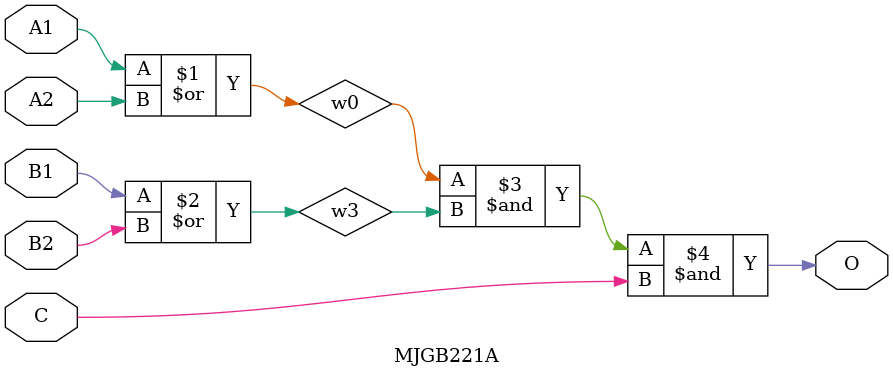
<source format=v>
module MJGB221A(A1, A2, B1, B2, C, O);
input   A1;
input   A2;
input   B1;
input   B2;
input   C;
output  O;
or g0(w0, A1, A2);
or g1(w3, B1, B2);
and g2(O, w0, w3, C);
endmodule
</source>
